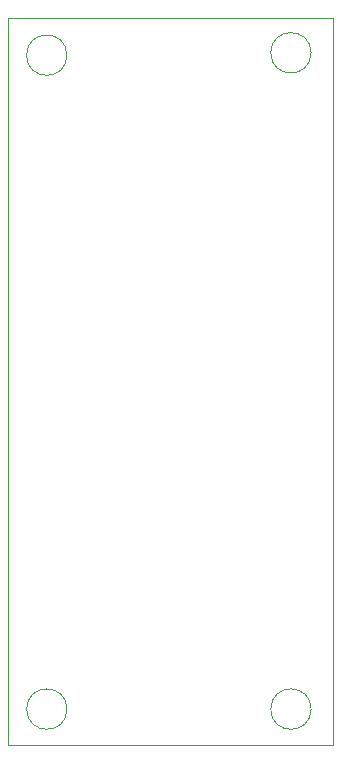
<source format=gbr>
%TF.GenerationSoftware,KiCad,Pcbnew,9.0.4*%
%TF.CreationDate,2025-10-23T14:08:19-04:00*%
%TF.ProjectId,BMS,424d532e-6b69-4636-9164-5f7063625858,rev?*%
%TF.SameCoordinates,Original*%
%TF.FileFunction,Profile,NP*%
%FSLAX46Y46*%
G04 Gerber Fmt 4.6, Leading zero omitted, Abs format (unit mm)*
G04 Created by KiCad (PCBNEW 9.0.4) date 2025-10-23 14:08:19*
%MOMM*%
%LPD*%
G01*
G04 APERTURE LIST*
%TA.AperFunction,Profile*%
%ADD10C,0.050000*%
%TD*%
G04 APERTURE END LIST*
D10*
X137709728Y-119000000D02*
G75*
G02*
X134290272Y-119000000I-1709728J0D01*
G01*
X134290272Y-119000000D02*
G75*
G02*
X137709728Y-119000000I1709728J0D01*
G01*
X132750000Y-60500000D02*
X160250000Y-60500000D01*
X160250000Y-122000000D01*
X132750000Y-122000000D01*
X132750000Y-60500000D01*
X158376928Y-119000000D02*
G75*
G02*
X154957472Y-119000000I-1709728J0D01*
G01*
X154957472Y-119000000D02*
G75*
G02*
X158376928Y-119000000I1709728J0D01*
G01*
X158376928Y-63431728D02*
G75*
G02*
X154957472Y-63431728I-1709728J0D01*
G01*
X154957472Y-63431728D02*
G75*
G02*
X158376928Y-63431728I1709728J0D01*
G01*
X137701328Y-63634928D02*
G75*
G02*
X134281872Y-63634928I-1709728J0D01*
G01*
X134281872Y-63634928D02*
G75*
G02*
X137701328Y-63634928I1709728J0D01*
G01*
M02*

</source>
